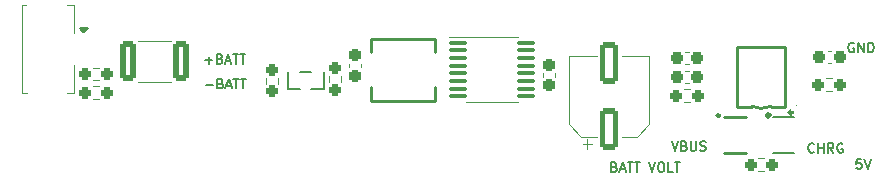
<source format=gbr>
%TF.GenerationSoftware,KiCad,Pcbnew,(6.0.6-0)*%
%TF.CreationDate,2022-10-02T14:33:38+02:00*%
%TF.ProjectId,Battery Extension PCB,42617474-6572-4792-9045-7874656e7369,rev?*%
%TF.SameCoordinates,Original*%
%TF.FileFunction,Legend,Top*%
%TF.FilePolarity,Positive*%
%FSLAX46Y46*%
G04 Gerber Fmt 4.6, Leading zero omitted, Abs format (unit mm)*
G04 Created by KiCad (PCBNEW (6.0.6-0)) date 2022-10-02 14:33:38*
%MOMM*%
%LPD*%
G01*
G04 APERTURE LIST*
G04 Aperture macros list*
%AMRoundRect*
0 Rectangle with rounded corners*
0 $1 Rounding radius*
0 $2 $3 $4 $5 $6 $7 $8 $9 X,Y pos of 4 corners*
0 Add a 4 corners polygon primitive as box body*
4,1,4,$2,$3,$4,$5,$6,$7,$8,$9,$2,$3,0*
0 Add four circle primitives for the rounded corners*
1,1,$1+$1,$2,$3*
1,1,$1+$1,$4,$5*
1,1,$1+$1,$6,$7*
1,1,$1+$1,$8,$9*
0 Add four rect primitives between the rounded corners*
20,1,$1+$1,$2,$3,$4,$5,0*
20,1,$1+$1,$4,$5,$6,$7,0*
20,1,$1+$1,$6,$7,$8,$9,0*
20,1,$1+$1,$8,$9,$2,$3,0*%
G04 Aperture macros list end*
%ADD10C,0.150000*%
%ADD11C,0.152400*%
%ADD12C,0.300000*%
%ADD13C,0.100000*%
%ADD14C,0.120000*%
%ADD15C,0.254001*%
%ADD16C,0.059995*%
%ADD17R,2.000000X3.500000*%
%ADD18R,1.072009X0.532004*%
%ADD19RoundRect,0.237500X-0.300000X-0.237500X0.300000X-0.237500X0.300000X0.237500X-0.300000X0.237500X0*%
%ADD20R,3.000000X2.100000*%
%ADD21R,1.600000X0.800000*%
%ADD22RoundRect,0.237500X-0.250000X-0.237500X0.250000X-0.237500X0.250000X0.237500X-0.250000X0.237500X0*%
%ADD23RoundRect,0.250000X-0.400000X-1.450000X0.400000X-1.450000X0.400000X1.450000X-0.400000X1.450000X0*%
%ADD24R,3.500000X2.000000*%
%ADD25R,1.000000X0.550013*%
%ADD26RoundRect,0.237500X0.237500X-0.300000X0.237500X0.300000X-0.237500X0.300000X-0.237500X-0.300000X0*%
%ADD27R,1.900000X2.500000*%
%ADD28RoundRect,0.237500X-0.237500X0.300000X-0.237500X-0.300000X0.237500X-0.300000X0.237500X0.300000X0*%
%ADD29R,1.200000X0.600000*%
%ADD30R,2.500000X3.499873*%
%ADD31RoundRect,0.237500X0.300000X0.237500X-0.300000X0.237500X-0.300000X-0.237500X0.300000X-0.237500X0*%
%ADD32RoundRect,0.250000X0.550000X-1.500000X0.550000X1.500000X-0.550000X1.500000X-0.550000X-1.500000X0*%
%ADD33R,2.460000X2.310000*%
%ADD34RoundRect,0.100000X-0.687500X-0.100000X0.687500X-0.100000X0.687500X0.100000X-0.687500X0.100000X0*%
%ADD35RoundRect,0.237500X-0.237500X0.250000X-0.237500X-0.250000X0.237500X-0.250000X0.237500X0.250000X0*%
%ADD36RoundRect,0.237500X0.250000X0.237500X-0.250000X0.237500X-0.250000X-0.237500X0.250000X-0.237500X0*%
%ADD37R,0.700000X1.250013*%
%ADD38RoundRect,0.237500X0.237500X-0.250000X0.237500X0.250000X-0.237500X0.250000X-0.237500X-0.250000X0*%
G04 APERTURE END LIST*
D10*
X85668057Y-72650342D02*
X86277580Y-72650342D01*
X86925200Y-72536057D02*
X87039485Y-72574152D01*
X87077580Y-72612247D01*
X87115676Y-72688438D01*
X87115676Y-72802723D01*
X87077580Y-72878914D01*
X87039485Y-72917009D01*
X86963295Y-72955104D01*
X86658533Y-72955104D01*
X86658533Y-72155104D01*
X86925200Y-72155104D01*
X87001390Y-72193200D01*
X87039485Y-72231295D01*
X87077580Y-72307485D01*
X87077580Y-72383676D01*
X87039485Y-72459866D01*
X87001390Y-72497961D01*
X86925200Y-72536057D01*
X86658533Y-72536057D01*
X87420438Y-72726533D02*
X87801390Y-72726533D01*
X87344247Y-72955104D02*
X87610914Y-72155104D01*
X87877580Y-72955104D01*
X88029961Y-72155104D02*
X88487104Y-72155104D01*
X88258533Y-72955104D02*
X88258533Y-72155104D01*
X88639485Y-72155104D02*
X89096628Y-72155104D01*
X88868057Y-72955104D02*
X88868057Y-72155104D01*
X137193919Y-78314514D02*
X137155823Y-78352609D01*
X137041538Y-78390704D01*
X136965347Y-78390704D01*
X136851061Y-78352609D01*
X136774871Y-78276419D01*
X136736776Y-78200228D01*
X136698680Y-78047847D01*
X136698680Y-77933561D01*
X136736776Y-77781180D01*
X136774871Y-77704990D01*
X136851061Y-77628800D01*
X136965347Y-77590704D01*
X137041538Y-77590704D01*
X137155823Y-77628800D01*
X137193919Y-77666895D01*
X137536776Y-78390704D02*
X137536776Y-77590704D01*
X137536776Y-77971657D02*
X137993919Y-77971657D01*
X137993919Y-78390704D02*
X137993919Y-77590704D01*
X138832014Y-78390704D02*
X138565347Y-78009752D01*
X138374871Y-78390704D02*
X138374871Y-77590704D01*
X138679633Y-77590704D01*
X138755823Y-77628800D01*
X138793919Y-77666895D01*
X138832014Y-77743085D01*
X138832014Y-77857371D01*
X138793919Y-77933561D01*
X138755823Y-77971657D01*
X138679633Y-78009752D01*
X138374871Y-78009752D01*
X139593919Y-77628800D02*
X139517728Y-77590704D01*
X139403442Y-77590704D01*
X139289157Y-77628800D01*
X139212966Y-77704990D01*
X139174871Y-77781180D01*
X139136776Y-77933561D01*
X139136776Y-78047847D01*
X139174871Y-78200228D01*
X139212966Y-78276419D01*
X139289157Y-78352609D01*
X139403442Y-78390704D01*
X139479633Y-78390704D01*
X139593919Y-78352609D01*
X139632014Y-78314514D01*
X139632014Y-78047847D01*
X139479633Y-78047847D01*
X125141690Y-77438304D02*
X125408357Y-78238304D01*
X125675023Y-77438304D01*
X126208357Y-77819257D02*
X126322642Y-77857352D01*
X126360738Y-77895447D01*
X126398833Y-77971638D01*
X126398833Y-78085923D01*
X126360738Y-78162114D01*
X126322642Y-78200209D01*
X126246452Y-78238304D01*
X125941690Y-78238304D01*
X125941690Y-77438304D01*
X126208357Y-77438304D01*
X126284547Y-77476400D01*
X126322642Y-77514495D01*
X126360738Y-77590685D01*
X126360738Y-77666876D01*
X126322642Y-77743066D01*
X126284547Y-77781161D01*
X126208357Y-77819257D01*
X125941690Y-77819257D01*
X126741690Y-77438304D02*
X126741690Y-78085923D01*
X126779785Y-78162114D01*
X126817880Y-78200209D01*
X126894071Y-78238304D01*
X127046452Y-78238304D01*
X127122642Y-78200209D01*
X127160738Y-78162114D01*
X127198833Y-78085923D01*
X127198833Y-77438304D01*
X127541690Y-78200209D02*
X127655976Y-78238304D01*
X127846452Y-78238304D01*
X127922642Y-78200209D01*
X127960738Y-78162114D01*
X127998833Y-78085923D01*
X127998833Y-78009733D01*
X127960738Y-77933542D01*
X127922642Y-77895447D01*
X127846452Y-77857352D01*
X127694071Y-77819257D01*
X127617880Y-77781161D01*
X127579785Y-77743066D01*
X127541690Y-77666876D01*
X127541690Y-77590685D01*
X127579785Y-77514495D01*
X127617880Y-77476400D01*
X127694071Y-77438304D01*
X127884547Y-77438304D01*
X127998833Y-77476400D01*
X85617257Y-70567542D02*
X86226780Y-70567542D01*
X85922019Y-70872304D02*
X85922019Y-70262780D01*
X86874400Y-70453257D02*
X86988685Y-70491352D01*
X87026780Y-70529447D01*
X87064876Y-70605638D01*
X87064876Y-70719923D01*
X87026780Y-70796114D01*
X86988685Y-70834209D01*
X86912495Y-70872304D01*
X86607733Y-70872304D01*
X86607733Y-70072304D01*
X86874400Y-70072304D01*
X86950590Y-70110400D01*
X86988685Y-70148495D01*
X87026780Y-70224685D01*
X87026780Y-70300876D01*
X86988685Y-70377066D01*
X86950590Y-70415161D01*
X86874400Y-70453257D01*
X86607733Y-70453257D01*
X87369638Y-70643733D02*
X87750590Y-70643733D01*
X87293447Y-70872304D02*
X87560114Y-70072304D01*
X87826780Y-70872304D01*
X87979161Y-70072304D02*
X88436304Y-70072304D01*
X88207733Y-70872304D02*
X88207733Y-70072304D01*
X88588685Y-70072304D02*
X89045828Y-70072304D01*
X88817257Y-70872304D02*
X88817257Y-70072304D01*
X140559423Y-69145200D02*
X140483233Y-69107104D01*
X140368947Y-69107104D01*
X140254661Y-69145200D01*
X140178471Y-69221390D01*
X140140376Y-69297580D01*
X140102280Y-69449961D01*
X140102280Y-69564247D01*
X140140376Y-69716628D01*
X140178471Y-69792819D01*
X140254661Y-69869009D01*
X140368947Y-69907104D01*
X140445138Y-69907104D01*
X140559423Y-69869009D01*
X140597519Y-69830914D01*
X140597519Y-69564247D01*
X140445138Y-69564247D01*
X140940376Y-69907104D02*
X140940376Y-69107104D01*
X141397519Y-69907104D01*
X141397519Y-69107104D01*
X141778471Y-69907104D02*
X141778471Y-69107104D01*
X141968947Y-69107104D01*
X142083233Y-69145200D01*
X142159423Y-69221390D01*
X142197519Y-69297580D01*
X142235614Y-69449961D01*
X142235614Y-69564247D01*
X142197519Y-69716628D01*
X142159423Y-69792819D01*
X142083233Y-69869009D01*
X141968947Y-69907104D01*
X141778471Y-69907104D01*
X120290242Y-79597257D02*
X120404528Y-79635352D01*
X120442623Y-79673447D01*
X120480719Y-79749638D01*
X120480719Y-79863923D01*
X120442623Y-79940114D01*
X120404528Y-79978209D01*
X120328338Y-80016304D01*
X120023576Y-80016304D01*
X120023576Y-79216304D01*
X120290242Y-79216304D01*
X120366433Y-79254400D01*
X120404528Y-79292495D01*
X120442623Y-79368685D01*
X120442623Y-79444876D01*
X120404528Y-79521066D01*
X120366433Y-79559161D01*
X120290242Y-79597257D01*
X120023576Y-79597257D01*
X120785480Y-79787733D02*
X121166433Y-79787733D01*
X120709290Y-80016304D02*
X120975957Y-79216304D01*
X121242623Y-80016304D01*
X121395004Y-79216304D02*
X121852147Y-79216304D01*
X121623576Y-80016304D02*
X121623576Y-79216304D01*
X122004528Y-79216304D02*
X122461671Y-79216304D01*
X122233100Y-80016304D02*
X122233100Y-79216304D01*
X123223576Y-79216304D02*
X123490242Y-80016304D01*
X123756909Y-79216304D01*
X124175957Y-79216304D02*
X124328338Y-79216304D01*
X124404528Y-79254400D01*
X124480719Y-79330590D01*
X124518814Y-79482971D01*
X124518814Y-79749638D01*
X124480719Y-79902019D01*
X124404528Y-79978209D01*
X124328338Y-80016304D01*
X124175957Y-80016304D01*
X124099766Y-79978209D01*
X124023576Y-79902019D01*
X123985480Y-79749638D01*
X123985480Y-79482971D01*
X124023576Y-79330590D01*
X124099766Y-79254400D01*
X124175957Y-79216304D01*
X125242623Y-80016304D02*
X124861671Y-80016304D01*
X124861671Y-79216304D01*
X125395004Y-79216304D02*
X125852147Y-79216304D01*
X125623576Y-80016304D02*
X125623576Y-79216304D01*
X141181728Y-78962304D02*
X140800776Y-78962304D01*
X140762680Y-79343257D01*
X140800776Y-79305161D01*
X140876966Y-79267066D01*
X141067442Y-79267066D01*
X141143633Y-79305161D01*
X141181728Y-79343257D01*
X141219823Y-79419447D01*
X141219823Y-79609923D01*
X141181728Y-79686114D01*
X141143633Y-79724209D01*
X141067442Y-79762304D01*
X140876966Y-79762304D01*
X140800776Y-79724209D01*
X140762680Y-79686114D01*
X141448395Y-78962304D02*
X141715061Y-79762304D01*
X141981728Y-78962304D01*
D11*
%TO.C,U6*%
X133711493Y-75336446D02*
X135489903Y-75336446D01*
X133711493Y-78414830D02*
X135489903Y-78414830D01*
D12*
X133449313Y-75207363D02*
G75*
G03*
X133449313Y-75207363I-150114J0D01*
G01*
D13*
X133250711Y-75412595D02*
G75*
G03*
X133250711Y-75412595I-50013J0D01*
G01*
D14*
%TO.C,C5*%
X126294933Y-70868000D02*
X126587467Y-70868000D01*
X126294933Y-69848000D02*
X126587467Y-69848000D01*
D15*
%TO.C,U1*%
X75609712Y-67805931D02*
X75020354Y-67806465D01*
X75579155Y-67847105D02*
X75619694Y-67805931D01*
X75020354Y-67826785D02*
X75309915Y-68116345D01*
D14*
X74529651Y-65895975D02*
X73975485Y-65913000D01*
X70129600Y-65895975D02*
X70129600Y-73296025D01*
D15*
X75309915Y-68116345D02*
X75579155Y-67847105D01*
D14*
X73924685Y-73304400D02*
X74529651Y-73296025D01*
X74529651Y-65895975D02*
X74534285Y-68249800D01*
X70444885Y-65887600D02*
X70129600Y-65895975D01*
X70129600Y-73296025D02*
X70521085Y-73304400D01*
X74529651Y-73253600D02*
X74529651Y-70993000D01*
D15*
X75020354Y-67806465D02*
X75020354Y-67826785D01*
D14*
%TO.C,R7*%
X138190218Y-73146307D02*
X138699666Y-73146307D01*
X138190218Y-72101307D02*
X138699666Y-72101307D01*
%TO.C,F1*%
X79944548Y-68952800D02*
X82717052Y-68952800D01*
X79944548Y-72372800D02*
X82717052Y-72372800D01*
%TO.C,R2*%
X76150376Y-71207100D02*
X76659824Y-71207100D01*
X76150376Y-72252100D02*
X76659824Y-72252100D01*
D15*
%TO.C,U3*%
X131385898Y-78437996D02*
X129585873Y-78437996D01*
X131385898Y-75337970D02*
X129585873Y-75337970D01*
X129215895Y-75237081D02*
G75*
G03*
X129215895Y-75237081I-127000J0D01*
G01*
D16*
X129115871Y-75453007D02*
G75*
G03*
X129115871Y-75453007I-29998J0D01*
G01*
D14*
%TO.C,C3*%
X115267200Y-71977467D02*
X115267200Y-71684933D01*
X114247200Y-71977467D02*
X114247200Y-71684933D01*
%TO.C,R5*%
X132470482Y-78869039D02*
X132979930Y-78869039D01*
X132470482Y-79914039D02*
X132979930Y-79914039D01*
D15*
%TO.C,U7*%
X105112800Y-69892847D02*
X105112800Y-68774025D01*
X105112800Y-73973975D02*
X99712800Y-73974000D01*
X99712800Y-72855153D02*
X99712800Y-73974000D01*
X99712800Y-68774000D02*
X99712800Y-69892847D01*
X99712800Y-68774000D02*
X105112800Y-68774025D01*
X105112800Y-73973975D02*
X105112800Y-72855153D01*
D16*
X99742772Y-73974000D02*
G75*
G03*
X99742772Y-73974000I-29997J0D01*
G01*
D14*
%TO.C,C2*%
X97838800Y-70872133D02*
X97838800Y-71164667D01*
X98858800Y-70872133D02*
X98858800Y-71164667D01*
D15*
%TO.C,U5*%
X134754580Y-69413496D02*
X134754580Y-74513572D01*
X133504644Y-74513318D02*
X134754580Y-74513318D01*
X130654504Y-74513318D02*
X130654504Y-69413242D01*
X130654504Y-69413496D02*
X134754580Y-69413496D01*
X131904440Y-74513318D02*
X130654504Y-74513318D01*
X131904440Y-74463280D02*
G75*
G03*
X133504644Y-74463280I800102J1683851D01*
G01*
X135374849Y-74993379D02*
G75*
G03*
X135374849Y-74993379I-170180J0D01*
G01*
D16*
X135684476Y-74417560D02*
G75*
G03*
X135684476Y-74417560I-29972J0D01*
G01*
D14*
%TO.C,C1*%
X138627067Y-69746400D02*
X138334533Y-69746400D01*
X138627067Y-70766400D02*
X138334533Y-70766400D01*
%TO.C,C6*%
X116427200Y-75960763D02*
X116427200Y-70205200D01*
X116427200Y-70205200D02*
X118777200Y-70205200D01*
X123247200Y-70205200D02*
X120897200Y-70205200D01*
X122182763Y-77025200D02*
X120897200Y-77025200D01*
X117989700Y-78052700D02*
X117989700Y-77265200D01*
X117491637Y-77025200D02*
X116427200Y-75960763D01*
X122182763Y-77025200D02*
X123247200Y-75960763D01*
X123247200Y-75960763D02*
X123247200Y-70205200D01*
X117595950Y-77658950D02*
X118383450Y-77658950D01*
X117491637Y-77025200D02*
X118777200Y-77025200D01*
%TO.C,C4*%
X126587467Y-71473600D02*
X126294933Y-71473600D01*
X126587467Y-72493600D02*
X126294933Y-72493600D01*
%TO.C,U4*%
X109906379Y-68582512D02*
X112106379Y-68582512D01*
X109906379Y-68582512D02*
X106256379Y-68582512D01*
X109906379Y-74102512D02*
X107706379Y-74102512D01*
X109906379Y-74102512D02*
X112106379Y-74102512D01*
%TO.C,R6*%
X97144100Y-71881276D02*
X97144100Y-72390724D01*
X96099100Y-71881276D02*
X96099100Y-72390724D01*
%TO.C,R1*%
X76659824Y-73826900D02*
X76150376Y-73826900D01*
X76659824Y-72781900D02*
X76150376Y-72781900D01*
D11*
%TO.C,U8*%
X95658613Y-73014613D02*
X94626990Y-73014613D01*
X92606187Y-73014613D02*
X93637810Y-73014613D01*
X93677002Y-71562187D02*
X94587798Y-71562187D01*
X95658613Y-71562187D02*
X95658613Y-73014613D01*
X92606187Y-71562187D02*
X92606187Y-73014613D01*
D16*
X95612410Y-71088400D02*
G75*
G03*
X95612410Y-71088400I-29997J0D01*
G01*
D14*
%TO.C,R9*%
X90765100Y-72543124D02*
X90765100Y-72033676D01*
X91810100Y-72543124D02*
X91810100Y-72033676D01*
%TO.C,R8*%
X126186476Y-73035900D02*
X126695924Y-73035900D01*
X126186476Y-74080900D02*
X126695924Y-74080900D01*
%TD*%
%LPC*%
D17*
%TO.C,P3*%
X118338600Y-80721200D03*
%TD*%
D18*
%TO.C,U6*%
X133451600Y-75925676D03*
X133451600Y-76875638D03*
X133451600Y-77825600D03*
X135749796Y-77825600D03*
X135749796Y-76875638D03*
X135749796Y-75925676D03*
%TD*%
D19*
%TO.C,C5*%
X125578700Y-70358000D03*
X127303700Y-70358000D03*
%TD*%
D20*
%TO.C,U1*%
X72229676Y-66420994D03*
X72229676Y-72771006D03*
D21*
X75129600Y-68970905D03*
X75129600Y-70221095D03*
%TD*%
D17*
%TO.C,P7*%
X128244600Y-80721200D03*
%TD*%
D22*
%TO.C,R7*%
X137532442Y-72623807D03*
X139357442Y-72623807D03*
%TD*%
D23*
%TO.C,F1*%
X79105800Y-70662800D03*
X83555800Y-70662800D03*
%TD*%
D22*
%TO.C,R2*%
X75492600Y-71729600D03*
X77317600Y-71729600D03*
%TD*%
D24*
%TO.C,P2*%
X68021200Y-72694800D03*
%TD*%
D25*
%TO.C,U3*%
X129085847Y-75938123D03*
X129085847Y-76888085D03*
X129085847Y-77838047D03*
X131885949Y-77838047D03*
X131885949Y-76888085D03*
X131885949Y-75938123D03*
%TD*%
D24*
%TO.C,P13*%
X142240000Y-71729600D03*
%TD*%
D26*
%TO.C,C3*%
X114757200Y-72693700D03*
X114757200Y-70968700D03*
%TD*%
D22*
%TO.C,R5*%
X131812706Y-79391539D03*
X133637706Y-79391539D03*
%TD*%
D27*
%TO.C,U7*%
X100362762Y-71374000D03*
X104462838Y-71374000D03*
%TD*%
D24*
%TO.C,P1*%
X68021200Y-69926200D03*
%TD*%
D28*
%TO.C,C2*%
X98348800Y-70155900D03*
X98348800Y-71880900D03*
%TD*%
D29*
%TO.C,U5*%
X135612848Y-73868411D03*
X135612848Y-72598408D03*
X135612848Y-71328406D03*
X135612848Y-70058403D03*
X129796236Y-70058403D03*
X129796236Y-71328406D03*
X129796236Y-72598408D03*
X129796236Y-73868411D03*
D30*
X132704542Y-71963407D03*
%TD*%
D31*
%TO.C,C1*%
X139343300Y-70256400D03*
X137618300Y-70256400D03*
%TD*%
D32*
%TO.C,C6*%
X119837200Y-76415200D03*
X119837200Y-70815200D03*
%TD*%
D31*
%TO.C,C4*%
X127303700Y-71983600D03*
X125578700Y-71983600D03*
%TD*%
D33*
%TO.C,U4*%
X109906379Y-71342512D03*
D34*
X107043879Y-69067512D03*
X107043879Y-69717512D03*
X107043879Y-70367512D03*
X107043879Y-71017512D03*
X107043879Y-71667512D03*
X107043879Y-72317512D03*
X107043879Y-72967512D03*
X107043879Y-73617512D03*
X112768879Y-73617512D03*
X112768879Y-72967512D03*
X112768879Y-72317512D03*
X112768879Y-71667512D03*
X112768879Y-71017512D03*
X112768879Y-70367512D03*
X112768879Y-69717512D03*
X112768879Y-69067512D03*
%TD*%
D35*
%TO.C,R6*%
X96621600Y-71223500D03*
X96621600Y-73048500D03*
%TD*%
D24*
%TO.C,P12*%
X142240000Y-77343000D03*
%TD*%
D36*
%TO.C,R1*%
X77317600Y-73304400D03*
X75492600Y-73304400D03*
%TD*%
D37*
%TO.C,U8*%
X95082362Y-71288400D03*
X93182438Y-71288400D03*
X94132400Y-73288400D03*
%TD*%
D17*
%TO.C,P11*%
X138252200Y-80721200D03*
%TD*%
D38*
%TO.C,R9*%
X91287600Y-73200900D03*
X91287600Y-71375900D03*
%TD*%
D22*
%TO.C,R8*%
X125528700Y-73558400D03*
X127353700Y-73558400D03*
%TD*%
M02*

</source>
